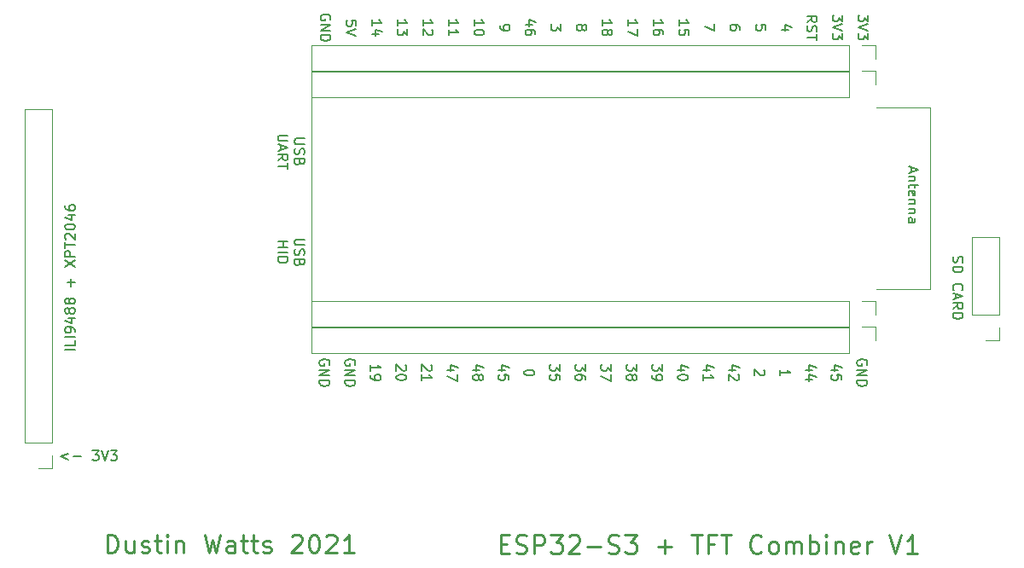
<source format=gto>
G04 #@! TF.GenerationSoftware,KiCad,Pcbnew,(5.1.6-0)*
G04 #@! TF.CreationDate,2022-05-17T12:15:47+02:00*
G04 #@! TF.ProjectId,ESP32-S3+TFT_Combiner,45535033-322d-4533-932b-5446545f436f,rev?*
G04 #@! TF.SameCoordinates,Original*
G04 #@! TF.FileFunction,Legend,Top*
G04 #@! TF.FilePolarity,Positive*
%FSLAX46Y46*%
G04 Gerber Fmt 4.6, Leading zero omitted, Abs format (unit mm)*
G04 Created by KiCad (PCBNEW (5.1.6-0)) date 2022-05-17 12:15:47*
%MOMM*%
%LPD*%
G01*
G04 APERTURE LIST*
%ADD10C,0.150000*%
%ADD11C,0.120000*%
%ADD12C,0.240000*%
G04 APERTURE END LIST*
D10*
X140657619Y-78626476D02*
X140657619Y-79245523D01*
X140276666Y-78912190D01*
X140276666Y-79055047D01*
X140229047Y-79150285D01*
X140181428Y-79197904D01*
X140086190Y-79245523D01*
X139848095Y-79245523D01*
X139752857Y-79197904D01*
X139705238Y-79150285D01*
X139657619Y-79055047D01*
X139657619Y-78769333D01*
X139705238Y-78674095D01*
X139752857Y-78626476D01*
X140657619Y-79578857D02*
X140657619Y-80245523D01*
X139657619Y-79816952D01*
X115210000Y-78674095D02*
X115257619Y-78578857D01*
X115257619Y-78436000D01*
X115210000Y-78293142D01*
X115114761Y-78197904D01*
X115019523Y-78150285D01*
X114829047Y-78102666D01*
X114686190Y-78102666D01*
X114495714Y-78150285D01*
X114400476Y-78197904D01*
X114305238Y-78293142D01*
X114257619Y-78436000D01*
X114257619Y-78531238D01*
X114305238Y-78674095D01*
X114352857Y-78721714D01*
X114686190Y-78721714D01*
X114686190Y-78531238D01*
X114257619Y-79150285D02*
X115257619Y-79150285D01*
X114257619Y-79721714D01*
X115257619Y-79721714D01*
X114257619Y-80197904D02*
X115257619Y-80197904D01*
X115257619Y-80436000D01*
X115210000Y-80578857D01*
X115114761Y-80674095D01*
X115019523Y-80721714D01*
X114829047Y-80769333D01*
X114686190Y-80769333D01*
X114495714Y-80721714D01*
X114400476Y-80674095D01*
X114305238Y-80578857D01*
X114257619Y-80436000D01*
X114257619Y-80197904D01*
X160644285Y-79150285D02*
X159977619Y-79150285D01*
X161025238Y-78912190D02*
X160310952Y-78674095D01*
X160310952Y-79293142D01*
X160644285Y-80102666D02*
X159977619Y-80102666D01*
X161025238Y-79864571D02*
X160310952Y-79626476D01*
X160310952Y-80245523D01*
X163184285Y-79150285D02*
X162517619Y-79150285D01*
X163565238Y-78912190D02*
X162850952Y-78674095D01*
X162850952Y-79293142D01*
X163517619Y-80150285D02*
X163517619Y-79674095D01*
X163041428Y-79626476D01*
X163089047Y-79674095D01*
X163136666Y-79769333D01*
X163136666Y-80007428D01*
X163089047Y-80102666D01*
X163041428Y-80150285D01*
X162946190Y-80197904D01*
X162708095Y-80197904D01*
X162612857Y-80150285D01*
X162565238Y-80102666D01*
X162517619Y-80007428D01*
X162517619Y-79769333D01*
X162565238Y-79674095D01*
X162612857Y-79626476D01*
X157437619Y-79721714D02*
X157437619Y-79150285D01*
X157437619Y-79436000D02*
X158437619Y-79436000D01*
X158294761Y-79340761D01*
X158199523Y-79245523D01*
X158151904Y-79150285D01*
X153024285Y-79150285D02*
X152357619Y-79150285D01*
X153405238Y-78912190D02*
X152690952Y-78674095D01*
X152690952Y-79293142D01*
X153262380Y-79626476D02*
X153310000Y-79674095D01*
X153357619Y-79769333D01*
X153357619Y-80007428D01*
X153310000Y-80102666D01*
X153262380Y-80150285D01*
X153167142Y-80197904D01*
X153071904Y-80197904D01*
X152929047Y-80150285D01*
X152357619Y-79578857D01*
X152357619Y-80197904D01*
X125084285Y-79150285D02*
X124417619Y-79150285D01*
X125465238Y-78912190D02*
X124750952Y-78674095D01*
X124750952Y-79293142D01*
X125417619Y-79578857D02*
X125417619Y-80245523D01*
X124417619Y-79816952D01*
X135577619Y-78626476D02*
X135577619Y-79245523D01*
X135196666Y-78912190D01*
X135196666Y-79055047D01*
X135149047Y-79150285D01*
X135101428Y-79197904D01*
X135006190Y-79245523D01*
X134768095Y-79245523D01*
X134672857Y-79197904D01*
X134625238Y-79150285D01*
X134577619Y-79055047D01*
X134577619Y-78769333D01*
X134625238Y-78674095D01*
X134672857Y-78626476D01*
X135577619Y-80150285D02*
X135577619Y-79674095D01*
X135101428Y-79626476D01*
X135149047Y-79674095D01*
X135196666Y-79769333D01*
X135196666Y-80007428D01*
X135149047Y-80102666D01*
X135101428Y-80150285D01*
X135006190Y-80197904D01*
X134768095Y-80197904D01*
X134672857Y-80150285D01*
X134625238Y-80102666D01*
X134577619Y-80007428D01*
X134577619Y-79769333D01*
X134625238Y-79674095D01*
X134672857Y-79626476D01*
X120242380Y-78674095D02*
X120290000Y-78721714D01*
X120337619Y-78816952D01*
X120337619Y-79055047D01*
X120290000Y-79150285D01*
X120242380Y-79197904D01*
X120147142Y-79245523D01*
X120051904Y-79245523D01*
X119909047Y-79197904D01*
X119337619Y-78626476D01*
X119337619Y-79245523D01*
X120337619Y-79864571D02*
X120337619Y-79959809D01*
X120290000Y-80055047D01*
X120242380Y-80102666D01*
X120147142Y-80150285D01*
X119956666Y-80197904D01*
X119718571Y-80197904D01*
X119528095Y-80150285D01*
X119432857Y-80102666D01*
X119385238Y-80055047D01*
X119337619Y-79959809D01*
X119337619Y-79864571D01*
X119385238Y-79769333D01*
X119432857Y-79721714D01*
X119528095Y-79674095D01*
X119718571Y-79626476D01*
X119956666Y-79626476D01*
X120147142Y-79674095D01*
X120242380Y-79721714D01*
X120290000Y-79769333D01*
X120337619Y-79864571D01*
X166010000Y-78674095D02*
X166057619Y-78578857D01*
X166057619Y-78436000D01*
X166010000Y-78293142D01*
X165914761Y-78197904D01*
X165819523Y-78150285D01*
X165629047Y-78102666D01*
X165486190Y-78102666D01*
X165295714Y-78150285D01*
X165200476Y-78197904D01*
X165105238Y-78293142D01*
X165057619Y-78436000D01*
X165057619Y-78531238D01*
X165105238Y-78674095D01*
X165152857Y-78721714D01*
X165486190Y-78721714D01*
X165486190Y-78531238D01*
X165057619Y-79150285D02*
X166057619Y-79150285D01*
X165057619Y-79721714D01*
X166057619Y-79721714D01*
X165057619Y-80197904D02*
X166057619Y-80197904D01*
X166057619Y-80436000D01*
X166010000Y-80578857D01*
X165914761Y-80674095D01*
X165819523Y-80721714D01*
X165629047Y-80769333D01*
X165486190Y-80769333D01*
X165295714Y-80721714D01*
X165200476Y-80674095D01*
X165105238Y-80578857D01*
X165057619Y-80436000D01*
X165057619Y-80197904D01*
X143197619Y-78626476D02*
X143197619Y-79245523D01*
X142816666Y-78912190D01*
X142816666Y-79055047D01*
X142769047Y-79150285D01*
X142721428Y-79197904D01*
X142626190Y-79245523D01*
X142388095Y-79245523D01*
X142292857Y-79197904D01*
X142245238Y-79150285D01*
X142197619Y-79055047D01*
X142197619Y-78769333D01*
X142245238Y-78674095D01*
X142292857Y-78626476D01*
X142769047Y-79816952D02*
X142816666Y-79721714D01*
X142864285Y-79674095D01*
X142959523Y-79626476D01*
X143007142Y-79626476D01*
X143102380Y-79674095D01*
X143150000Y-79721714D01*
X143197619Y-79816952D01*
X143197619Y-80007428D01*
X143150000Y-80102666D01*
X143102380Y-80150285D01*
X143007142Y-80197904D01*
X142959523Y-80197904D01*
X142864285Y-80150285D01*
X142816666Y-80102666D01*
X142769047Y-80007428D01*
X142769047Y-79816952D01*
X142721428Y-79721714D01*
X142673809Y-79674095D01*
X142578571Y-79626476D01*
X142388095Y-79626476D01*
X142292857Y-79674095D01*
X142245238Y-79721714D01*
X142197619Y-79816952D01*
X142197619Y-80007428D01*
X142245238Y-80102666D01*
X142292857Y-80150285D01*
X142388095Y-80197904D01*
X142578571Y-80197904D01*
X142673809Y-80150285D01*
X142721428Y-80102666D01*
X142769047Y-80007428D01*
X155802380Y-79150285D02*
X155850000Y-79197904D01*
X155897619Y-79293142D01*
X155897619Y-79531238D01*
X155850000Y-79626476D01*
X155802380Y-79674095D01*
X155707142Y-79721714D01*
X155611904Y-79721714D01*
X155469047Y-79674095D01*
X154897619Y-79102666D01*
X154897619Y-79721714D01*
X116797619Y-79245523D02*
X116797619Y-78674095D01*
X116797619Y-78959809D02*
X117797619Y-78959809D01*
X117654761Y-78864571D01*
X117559523Y-78769333D01*
X117511904Y-78674095D01*
X116797619Y-79721714D02*
X116797619Y-79912190D01*
X116845238Y-80007428D01*
X116892857Y-80055047D01*
X117035714Y-80150285D01*
X117226190Y-80197904D01*
X117607142Y-80197904D01*
X117702380Y-80150285D01*
X117750000Y-80102666D01*
X117797619Y-80007428D01*
X117797619Y-79816952D01*
X117750000Y-79721714D01*
X117702380Y-79674095D01*
X117607142Y-79626476D01*
X117369047Y-79626476D01*
X117273809Y-79674095D01*
X117226190Y-79721714D01*
X117178571Y-79816952D01*
X117178571Y-80007428D01*
X117226190Y-80102666D01*
X117273809Y-80150285D01*
X117369047Y-80197904D01*
X138117619Y-78626476D02*
X138117619Y-79245523D01*
X137736666Y-78912190D01*
X137736666Y-79055047D01*
X137689047Y-79150285D01*
X137641428Y-79197904D01*
X137546190Y-79245523D01*
X137308095Y-79245523D01*
X137212857Y-79197904D01*
X137165238Y-79150285D01*
X137117619Y-79055047D01*
X137117619Y-78769333D01*
X137165238Y-78674095D01*
X137212857Y-78626476D01*
X138117619Y-80102666D02*
X138117619Y-79912190D01*
X138070000Y-79816952D01*
X138022380Y-79769333D01*
X137879523Y-79674095D01*
X137689047Y-79626476D01*
X137308095Y-79626476D01*
X137212857Y-79674095D01*
X137165238Y-79721714D01*
X137117619Y-79816952D01*
X137117619Y-80007428D01*
X137165238Y-80102666D01*
X137212857Y-80150285D01*
X137308095Y-80197904D01*
X137546190Y-80197904D01*
X137641428Y-80150285D01*
X137689047Y-80102666D01*
X137736666Y-80007428D01*
X137736666Y-79816952D01*
X137689047Y-79721714D01*
X137641428Y-79674095D01*
X137546190Y-79626476D01*
X127624285Y-79150285D02*
X126957619Y-79150285D01*
X128005238Y-78912190D02*
X127290952Y-78674095D01*
X127290952Y-79293142D01*
X127529047Y-79816952D02*
X127576666Y-79721714D01*
X127624285Y-79674095D01*
X127719523Y-79626476D01*
X127767142Y-79626476D01*
X127862380Y-79674095D01*
X127910000Y-79721714D01*
X127957619Y-79816952D01*
X127957619Y-80007428D01*
X127910000Y-80102666D01*
X127862380Y-80150285D01*
X127767142Y-80197904D01*
X127719523Y-80197904D01*
X127624285Y-80150285D01*
X127576666Y-80102666D01*
X127529047Y-80007428D01*
X127529047Y-79816952D01*
X127481428Y-79721714D01*
X127433809Y-79674095D01*
X127338571Y-79626476D01*
X127148095Y-79626476D01*
X127052857Y-79674095D01*
X127005238Y-79721714D01*
X126957619Y-79816952D01*
X126957619Y-80007428D01*
X127005238Y-80102666D01*
X127052857Y-80150285D01*
X127148095Y-80197904D01*
X127338571Y-80197904D01*
X127433809Y-80150285D01*
X127481428Y-80102666D01*
X127529047Y-80007428D01*
X133037619Y-79388380D02*
X133037619Y-79483619D01*
X132990000Y-79578857D01*
X132942380Y-79626476D01*
X132847142Y-79674095D01*
X132656666Y-79721714D01*
X132418571Y-79721714D01*
X132228095Y-79674095D01*
X132132857Y-79626476D01*
X132085238Y-79578857D01*
X132037619Y-79483619D01*
X132037619Y-79388380D01*
X132085238Y-79293142D01*
X132132857Y-79245523D01*
X132228095Y-79197904D01*
X132418571Y-79150285D01*
X132656666Y-79150285D01*
X132847142Y-79197904D01*
X132942380Y-79245523D01*
X132990000Y-79293142D01*
X133037619Y-79388380D01*
X147944285Y-79150285D02*
X147277619Y-79150285D01*
X148325238Y-78912190D02*
X147610952Y-78674095D01*
X147610952Y-79293142D01*
X148277619Y-79864571D02*
X148277619Y-79959809D01*
X148230000Y-80055047D01*
X148182380Y-80102666D01*
X148087142Y-80150285D01*
X147896666Y-80197904D01*
X147658571Y-80197904D01*
X147468095Y-80150285D01*
X147372857Y-80102666D01*
X147325238Y-80055047D01*
X147277619Y-79959809D01*
X147277619Y-79864571D01*
X147325238Y-79769333D01*
X147372857Y-79721714D01*
X147468095Y-79674095D01*
X147658571Y-79626476D01*
X147896666Y-79626476D01*
X148087142Y-79674095D01*
X148182380Y-79721714D01*
X148230000Y-79769333D01*
X148277619Y-79864571D01*
X130164285Y-79150285D02*
X129497619Y-79150285D01*
X130545238Y-78912190D02*
X129830952Y-78674095D01*
X129830952Y-79293142D01*
X130497619Y-80150285D02*
X130497619Y-79674095D01*
X130021428Y-79626476D01*
X130069047Y-79674095D01*
X130116666Y-79769333D01*
X130116666Y-80007428D01*
X130069047Y-80102666D01*
X130021428Y-80150285D01*
X129926190Y-80197904D01*
X129688095Y-80197904D01*
X129592857Y-80150285D01*
X129545238Y-80102666D01*
X129497619Y-80007428D01*
X129497619Y-79769333D01*
X129545238Y-79674095D01*
X129592857Y-79626476D01*
X112670000Y-78674095D02*
X112717619Y-78578857D01*
X112717619Y-78436000D01*
X112670000Y-78293142D01*
X112574761Y-78197904D01*
X112479523Y-78150285D01*
X112289047Y-78102666D01*
X112146190Y-78102666D01*
X111955714Y-78150285D01*
X111860476Y-78197904D01*
X111765238Y-78293142D01*
X111717619Y-78436000D01*
X111717619Y-78531238D01*
X111765238Y-78674095D01*
X111812857Y-78721714D01*
X112146190Y-78721714D01*
X112146190Y-78531238D01*
X111717619Y-79150285D02*
X112717619Y-79150285D01*
X111717619Y-79721714D01*
X112717619Y-79721714D01*
X111717619Y-80197904D02*
X112717619Y-80197904D01*
X112717619Y-80436000D01*
X112670000Y-80578857D01*
X112574761Y-80674095D01*
X112479523Y-80721714D01*
X112289047Y-80769333D01*
X112146190Y-80769333D01*
X111955714Y-80721714D01*
X111860476Y-80674095D01*
X111765238Y-80578857D01*
X111717619Y-80436000D01*
X111717619Y-80197904D01*
X150484285Y-79150285D02*
X149817619Y-79150285D01*
X150865238Y-78912190D02*
X150150952Y-78674095D01*
X150150952Y-79293142D01*
X149817619Y-80197904D02*
X149817619Y-79626476D01*
X149817619Y-79912190D02*
X150817619Y-79912190D01*
X150674761Y-79816952D01*
X150579523Y-79721714D01*
X150531904Y-79626476D01*
X145737619Y-78626476D02*
X145737619Y-79245523D01*
X145356666Y-78912190D01*
X145356666Y-79055047D01*
X145309047Y-79150285D01*
X145261428Y-79197904D01*
X145166190Y-79245523D01*
X144928095Y-79245523D01*
X144832857Y-79197904D01*
X144785238Y-79150285D01*
X144737619Y-79055047D01*
X144737619Y-78769333D01*
X144785238Y-78674095D01*
X144832857Y-78626476D01*
X144737619Y-79721714D02*
X144737619Y-79912190D01*
X144785238Y-80007428D01*
X144832857Y-80055047D01*
X144975714Y-80150285D01*
X145166190Y-80197904D01*
X145547142Y-80197904D01*
X145642380Y-80150285D01*
X145690000Y-80102666D01*
X145737619Y-80007428D01*
X145737619Y-79816952D01*
X145690000Y-79721714D01*
X145642380Y-79674095D01*
X145547142Y-79626476D01*
X145309047Y-79626476D01*
X145213809Y-79674095D01*
X145166190Y-79721714D01*
X145118571Y-79816952D01*
X145118571Y-80007428D01*
X145166190Y-80102666D01*
X145213809Y-80150285D01*
X145309047Y-80197904D01*
X122782380Y-78674095D02*
X122830000Y-78721714D01*
X122877619Y-78816952D01*
X122877619Y-79055047D01*
X122830000Y-79150285D01*
X122782380Y-79197904D01*
X122687142Y-79245523D01*
X122591904Y-79245523D01*
X122449047Y-79197904D01*
X121877619Y-78626476D01*
X121877619Y-79245523D01*
X121877619Y-80197904D02*
X121877619Y-79626476D01*
X121877619Y-79912190D02*
X122877619Y-79912190D01*
X122734761Y-79816952D01*
X122639523Y-79721714D01*
X122591904Y-79626476D01*
X112770000Y-44410095D02*
X112817619Y-44314857D01*
X112817619Y-44172000D01*
X112770000Y-44029142D01*
X112674761Y-43933904D01*
X112579523Y-43886285D01*
X112389047Y-43838666D01*
X112246190Y-43838666D01*
X112055714Y-43886285D01*
X111960476Y-43933904D01*
X111865238Y-44029142D01*
X111817619Y-44172000D01*
X111817619Y-44267238D01*
X111865238Y-44410095D01*
X111912857Y-44457714D01*
X112246190Y-44457714D01*
X112246190Y-44267238D01*
X111817619Y-44886285D02*
X112817619Y-44886285D01*
X111817619Y-45457714D01*
X112817619Y-45457714D01*
X111817619Y-45933904D02*
X112817619Y-45933904D01*
X112817619Y-46172000D01*
X112770000Y-46314857D01*
X112674761Y-46410095D01*
X112579523Y-46457714D01*
X112389047Y-46505333D01*
X112246190Y-46505333D01*
X112055714Y-46457714D01*
X111960476Y-46410095D01*
X111865238Y-46314857D01*
X111817619Y-46172000D01*
X111817619Y-45933904D01*
X115357619Y-44981523D02*
X115357619Y-44505333D01*
X114881428Y-44457714D01*
X114929047Y-44505333D01*
X114976666Y-44600571D01*
X114976666Y-44838666D01*
X114929047Y-44933904D01*
X114881428Y-44981523D01*
X114786190Y-45029142D01*
X114548095Y-45029142D01*
X114452857Y-44981523D01*
X114405238Y-44933904D01*
X114357619Y-44838666D01*
X114357619Y-44600571D01*
X114405238Y-44505333D01*
X114452857Y-44457714D01*
X115357619Y-45314857D02*
X114357619Y-45648190D01*
X115357619Y-45981523D01*
X116897619Y-44981523D02*
X116897619Y-44410095D01*
X116897619Y-44695809D02*
X117897619Y-44695809D01*
X117754761Y-44600571D01*
X117659523Y-44505333D01*
X117611904Y-44410095D01*
X117564285Y-45838666D02*
X116897619Y-45838666D01*
X117945238Y-45600571D02*
X117230952Y-45362476D01*
X117230952Y-45981523D01*
X119437619Y-44981523D02*
X119437619Y-44410095D01*
X119437619Y-44695809D02*
X120437619Y-44695809D01*
X120294761Y-44600571D01*
X120199523Y-44505333D01*
X120151904Y-44410095D01*
X120437619Y-45314857D02*
X120437619Y-45933904D01*
X120056666Y-45600571D01*
X120056666Y-45743428D01*
X120009047Y-45838666D01*
X119961428Y-45886285D01*
X119866190Y-45933904D01*
X119628095Y-45933904D01*
X119532857Y-45886285D01*
X119485238Y-45838666D01*
X119437619Y-45743428D01*
X119437619Y-45457714D01*
X119485238Y-45362476D01*
X119532857Y-45314857D01*
X121977619Y-44981523D02*
X121977619Y-44410095D01*
X121977619Y-44695809D02*
X122977619Y-44695809D01*
X122834761Y-44600571D01*
X122739523Y-44505333D01*
X122691904Y-44410095D01*
X122882380Y-45362476D02*
X122930000Y-45410095D01*
X122977619Y-45505333D01*
X122977619Y-45743428D01*
X122930000Y-45838666D01*
X122882380Y-45886285D01*
X122787142Y-45933904D01*
X122691904Y-45933904D01*
X122549047Y-45886285D01*
X121977619Y-45314857D01*
X121977619Y-45933904D01*
X124517619Y-44981523D02*
X124517619Y-44410095D01*
X124517619Y-44695809D02*
X125517619Y-44695809D01*
X125374761Y-44600571D01*
X125279523Y-44505333D01*
X125231904Y-44410095D01*
X124517619Y-45933904D02*
X124517619Y-45362476D01*
X124517619Y-45648190D02*
X125517619Y-45648190D01*
X125374761Y-45552952D01*
X125279523Y-45457714D01*
X125231904Y-45362476D01*
X127057619Y-44981523D02*
X127057619Y-44410095D01*
X127057619Y-44695809D02*
X128057619Y-44695809D01*
X127914761Y-44600571D01*
X127819523Y-44505333D01*
X127771904Y-44410095D01*
X128057619Y-45600571D02*
X128057619Y-45695809D01*
X128010000Y-45791047D01*
X127962380Y-45838666D01*
X127867142Y-45886285D01*
X127676666Y-45933904D01*
X127438571Y-45933904D01*
X127248095Y-45886285D01*
X127152857Y-45838666D01*
X127105238Y-45791047D01*
X127057619Y-45695809D01*
X127057619Y-45600571D01*
X127105238Y-45505333D01*
X127152857Y-45457714D01*
X127248095Y-45410095D01*
X127438571Y-45362476D01*
X127676666Y-45362476D01*
X127867142Y-45410095D01*
X127962380Y-45457714D01*
X128010000Y-45505333D01*
X128057619Y-45600571D01*
X129597619Y-44981523D02*
X129597619Y-45172000D01*
X129645238Y-45267238D01*
X129692857Y-45314857D01*
X129835714Y-45410095D01*
X130026190Y-45457714D01*
X130407142Y-45457714D01*
X130502380Y-45410095D01*
X130550000Y-45362476D01*
X130597619Y-45267238D01*
X130597619Y-45076761D01*
X130550000Y-44981523D01*
X130502380Y-44933904D01*
X130407142Y-44886285D01*
X130169047Y-44886285D01*
X130073809Y-44933904D01*
X130026190Y-44981523D01*
X129978571Y-45076761D01*
X129978571Y-45267238D01*
X130026190Y-45362476D01*
X130073809Y-45410095D01*
X130169047Y-45457714D01*
X132804285Y-44886285D02*
X132137619Y-44886285D01*
X133185238Y-44648190D02*
X132470952Y-44410095D01*
X132470952Y-45029142D01*
X133137619Y-45838666D02*
X133137619Y-45648190D01*
X133090000Y-45552952D01*
X133042380Y-45505333D01*
X132899523Y-45410095D01*
X132709047Y-45362476D01*
X132328095Y-45362476D01*
X132232857Y-45410095D01*
X132185238Y-45457714D01*
X132137619Y-45552952D01*
X132137619Y-45743428D01*
X132185238Y-45838666D01*
X132232857Y-45886285D01*
X132328095Y-45933904D01*
X132566190Y-45933904D01*
X132661428Y-45886285D01*
X132709047Y-45838666D01*
X132756666Y-45743428D01*
X132756666Y-45552952D01*
X132709047Y-45457714D01*
X132661428Y-45410095D01*
X132566190Y-45362476D01*
X135677619Y-44838666D02*
X135677619Y-45457714D01*
X135296666Y-45124380D01*
X135296666Y-45267238D01*
X135249047Y-45362476D01*
X135201428Y-45410095D01*
X135106190Y-45457714D01*
X134868095Y-45457714D01*
X134772857Y-45410095D01*
X134725238Y-45362476D01*
X134677619Y-45267238D01*
X134677619Y-44981523D01*
X134725238Y-44886285D01*
X134772857Y-44838666D01*
X137789047Y-45076761D02*
X137836666Y-44981523D01*
X137884285Y-44933904D01*
X137979523Y-44886285D01*
X138027142Y-44886285D01*
X138122380Y-44933904D01*
X138170000Y-44981523D01*
X138217619Y-45076761D01*
X138217619Y-45267238D01*
X138170000Y-45362476D01*
X138122380Y-45410095D01*
X138027142Y-45457714D01*
X137979523Y-45457714D01*
X137884285Y-45410095D01*
X137836666Y-45362476D01*
X137789047Y-45267238D01*
X137789047Y-45076761D01*
X137741428Y-44981523D01*
X137693809Y-44933904D01*
X137598571Y-44886285D01*
X137408095Y-44886285D01*
X137312857Y-44933904D01*
X137265238Y-44981523D01*
X137217619Y-45076761D01*
X137217619Y-45267238D01*
X137265238Y-45362476D01*
X137312857Y-45410095D01*
X137408095Y-45457714D01*
X137598571Y-45457714D01*
X137693809Y-45410095D01*
X137741428Y-45362476D01*
X137789047Y-45267238D01*
X139757619Y-44981523D02*
X139757619Y-44410095D01*
X139757619Y-44695809D02*
X140757619Y-44695809D01*
X140614761Y-44600571D01*
X140519523Y-44505333D01*
X140471904Y-44410095D01*
X140329047Y-45552952D02*
X140376666Y-45457714D01*
X140424285Y-45410095D01*
X140519523Y-45362476D01*
X140567142Y-45362476D01*
X140662380Y-45410095D01*
X140710000Y-45457714D01*
X140757619Y-45552952D01*
X140757619Y-45743428D01*
X140710000Y-45838666D01*
X140662380Y-45886285D01*
X140567142Y-45933904D01*
X140519523Y-45933904D01*
X140424285Y-45886285D01*
X140376666Y-45838666D01*
X140329047Y-45743428D01*
X140329047Y-45552952D01*
X140281428Y-45457714D01*
X140233809Y-45410095D01*
X140138571Y-45362476D01*
X139948095Y-45362476D01*
X139852857Y-45410095D01*
X139805238Y-45457714D01*
X139757619Y-45552952D01*
X139757619Y-45743428D01*
X139805238Y-45838666D01*
X139852857Y-45886285D01*
X139948095Y-45933904D01*
X140138571Y-45933904D01*
X140233809Y-45886285D01*
X140281428Y-45838666D01*
X140329047Y-45743428D01*
X142297619Y-44981523D02*
X142297619Y-44410095D01*
X142297619Y-44695809D02*
X143297619Y-44695809D01*
X143154761Y-44600571D01*
X143059523Y-44505333D01*
X143011904Y-44410095D01*
X143297619Y-45314857D02*
X143297619Y-45981523D01*
X142297619Y-45552952D01*
X144837619Y-44981523D02*
X144837619Y-44410095D01*
X144837619Y-44695809D02*
X145837619Y-44695809D01*
X145694761Y-44600571D01*
X145599523Y-44505333D01*
X145551904Y-44410095D01*
X145837619Y-45838666D02*
X145837619Y-45648190D01*
X145790000Y-45552952D01*
X145742380Y-45505333D01*
X145599523Y-45410095D01*
X145409047Y-45362476D01*
X145028095Y-45362476D01*
X144932857Y-45410095D01*
X144885238Y-45457714D01*
X144837619Y-45552952D01*
X144837619Y-45743428D01*
X144885238Y-45838666D01*
X144932857Y-45886285D01*
X145028095Y-45933904D01*
X145266190Y-45933904D01*
X145361428Y-45886285D01*
X145409047Y-45838666D01*
X145456666Y-45743428D01*
X145456666Y-45552952D01*
X145409047Y-45457714D01*
X145361428Y-45410095D01*
X145266190Y-45362476D01*
X147377619Y-44981523D02*
X147377619Y-44410095D01*
X147377619Y-44695809D02*
X148377619Y-44695809D01*
X148234761Y-44600571D01*
X148139523Y-44505333D01*
X148091904Y-44410095D01*
X148377619Y-45886285D02*
X148377619Y-45410095D01*
X147901428Y-45362476D01*
X147949047Y-45410095D01*
X147996666Y-45505333D01*
X147996666Y-45743428D01*
X147949047Y-45838666D01*
X147901428Y-45886285D01*
X147806190Y-45933904D01*
X147568095Y-45933904D01*
X147472857Y-45886285D01*
X147425238Y-45838666D01*
X147377619Y-45743428D01*
X147377619Y-45505333D01*
X147425238Y-45410095D01*
X147472857Y-45362476D01*
X150917619Y-44838666D02*
X150917619Y-45505333D01*
X149917619Y-45076761D01*
X153457619Y-45362476D02*
X153457619Y-45172000D01*
X153410000Y-45076761D01*
X153362380Y-45029142D01*
X153219523Y-44933904D01*
X153029047Y-44886285D01*
X152648095Y-44886285D01*
X152552857Y-44933904D01*
X152505238Y-44981523D01*
X152457619Y-45076761D01*
X152457619Y-45267238D01*
X152505238Y-45362476D01*
X152552857Y-45410095D01*
X152648095Y-45457714D01*
X152886190Y-45457714D01*
X152981428Y-45410095D01*
X153029047Y-45362476D01*
X153076666Y-45267238D01*
X153076666Y-45076761D01*
X153029047Y-44981523D01*
X152981428Y-44933904D01*
X152886190Y-44886285D01*
X155997619Y-45410095D02*
X155997619Y-44933904D01*
X155521428Y-44886285D01*
X155569047Y-44933904D01*
X155616666Y-45029142D01*
X155616666Y-45267238D01*
X155569047Y-45362476D01*
X155521428Y-45410095D01*
X155426190Y-45457714D01*
X155188095Y-45457714D01*
X155092857Y-45410095D01*
X155045238Y-45362476D01*
X154997619Y-45267238D01*
X154997619Y-45029142D01*
X155045238Y-44933904D01*
X155092857Y-44886285D01*
X158204285Y-45362476D02*
X157537619Y-45362476D01*
X158585238Y-45124380D02*
X157870952Y-44886285D01*
X157870952Y-45505333D01*
X160077619Y-44624380D02*
X160553809Y-44291047D01*
X160077619Y-44052952D02*
X161077619Y-44052952D01*
X161077619Y-44433904D01*
X161030000Y-44529142D01*
X160982380Y-44576761D01*
X160887142Y-44624380D01*
X160744285Y-44624380D01*
X160649047Y-44576761D01*
X160601428Y-44529142D01*
X160553809Y-44433904D01*
X160553809Y-44052952D01*
X160125238Y-45005333D02*
X160077619Y-45148190D01*
X160077619Y-45386285D01*
X160125238Y-45481523D01*
X160172857Y-45529142D01*
X160268095Y-45576761D01*
X160363333Y-45576761D01*
X160458571Y-45529142D01*
X160506190Y-45481523D01*
X160553809Y-45386285D01*
X160601428Y-45195809D01*
X160649047Y-45100571D01*
X160696666Y-45052952D01*
X160791904Y-45005333D01*
X160887142Y-45005333D01*
X160982380Y-45052952D01*
X161030000Y-45100571D01*
X161077619Y-45195809D01*
X161077619Y-45433904D01*
X161030000Y-45576761D01*
X161077619Y-45862476D02*
X161077619Y-46433904D01*
X160077619Y-46148190D02*
X161077619Y-46148190D01*
X163617619Y-43933904D02*
X163617619Y-44552952D01*
X163236666Y-44219619D01*
X163236666Y-44362476D01*
X163189047Y-44457714D01*
X163141428Y-44505333D01*
X163046190Y-44552952D01*
X162808095Y-44552952D01*
X162712857Y-44505333D01*
X162665238Y-44457714D01*
X162617619Y-44362476D01*
X162617619Y-44076761D01*
X162665238Y-43981523D01*
X162712857Y-43933904D01*
X163617619Y-44838666D02*
X162617619Y-45172000D01*
X163617619Y-45505333D01*
X163617619Y-45743428D02*
X163617619Y-46362476D01*
X163236666Y-46029142D01*
X163236666Y-46172000D01*
X163189047Y-46267238D01*
X163141428Y-46314857D01*
X163046190Y-46362476D01*
X162808095Y-46362476D01*
X162712857Y-46314857D01*
X162665238Y-46267238D01*
X162617619Y-46172000D01*
X162617619Y-45886285D01*
X162665238Y-45791047D01*
X162712857Y-45743428D01*
X166157619Y-43933904D02*
X166157619Y-44552952D01*
X165776666Y-44219619D01*
X165776666Y-44362476D01*
X165729047Y-44457714D01*
X165681428Y-44505333D01*
X165586190Y-44552952D01*
X165348095Y-44552952D01*
X165252857Y-44505333D01*
X165205238Y-44457714D01*
X165157619Y-44362476D01*
X165157619Y-44076761D01*
X165205238Y-43981523D01*
X165252857Y-43933904D01*
X166157619Y-44838666D02*
X165157619Y-45172000D01*
X166157619Y-45505333D01*
X166157619Y-45743428D02*
X166157619Y-46362476D01*
X165776666Y-46029142D01*
X165776666Y-46172000D01*
X165729047Y-46267238D01*
X165681428Y-46314857D01*
X165586190Y-46362476D01*
X165348095Y-46362476D01*
X165252857Y-46314857D01*
X165205238Y-46267238D01*
X165157619Y-46172000D01*
X165157619Y-45886285D01*
X165205238Y-45791047D01*
X165252857Y-45743428D01*
X170433333Y-59038095D02*
X170433333Y-59514285D01*
X170147619Y-58942857D02*
X171147619Y-59276190D01*
X170147619Y-59609523D01*
X170814285Y-59942857D02*
X170147619Y-59942857D01*
X170719047Y-59942857D02*
X170766666Y-59990476D01*
X170814285Y-60085714D01*
X170814285Y-60228571D01*
X170766666Y-60323809D01*
X170671428Y-60371428D01*
X170147619Y-60371428D01*
X170814285Y-60704761D02*
X170814285Y-61085714D01*
X171147619Y-60847619D02*
X170290476Y-60847619D01*
X170195238Y-60895238D01*
X170147619Y-60990476D01*
X170147619Y-61085714D01*
X170195238Y-61800000D02*
X170147619Y-61704761D01*
X170147619Y-61514285D01*
X170195238Y-61419047D01*
X170290476Y-61371428D01*
X170671428Y-61371428D01*
X170766666Y-61419047D01*
X170814285Y-61514285D01*
X170814285Y-61704761D01*
X170766666Y-61800000D01*
X170671428Y-61847619D01*
X170576190Y-61847619D01*
X170480952Y-61371428D01*
X170814285Y-62276190D02*
X170147619Y-62276190D01*
X170719047Y-62276190D02*
X170766666Y-62323809D01*
X170814285Y-62419047D01*
X170814285Y-62561904D01*
X170766666Y-62657142D01*
X170671428Y-62704761D01*
X170147619Y-62704761D01*
X170814285Y-63180952D02*
X170147619Y-63180952D01*
X170719047Y-63180952D02*
X170766666Y-63228571D01*
X170814285Y-63323809D01*
X170814285Y-63466666D01*
X170766666Y-63561904D01*
X170671428Y-63609523D01*
X170147619Y-63609523D01*
X170147619Y-64514285D02*
X170671428Y-64514285D01*
X170766666Y-64466666D01*
X170814285Y-64371428D01*
X170814285Y-64180952D01*
X170766666Y-64085714D01*
X170195238Y-64514285D02*
X170147619Y-64419047D01*
X170147619Y-64180952D01*
X170195238Y-64085714D01*
X170290476Y-64038095D01*
X170385714Y-64038095D01*
X170480952Y-64085714D01*
X170528571Y-64180952D01*
X170528571Y-64419047D01*
X170576190Y-64514285D01*
D11*
X172300000Y-53100000D02*
X167000000Y-53100000D01*
X172320000Y-71160000D02*
X172320000Y-53100000D01*
X167000000Y-71160000D02*
X172320000Y-71160000D01*
X110890000Y-72330000D02*
X110890000Y-52130000D01*
D10*
X87452380Y-77190476D02*
X86452380Y-77190476D01*
X87452380Y-76238095D02*
X87452380Y-76714285D01*
X86452380Y-76714285D01*
X87452380Y-75904761D02*
X86452380Y-75904761D01*
X87452380Y-75380952D02*
X87452380Y-75190476D01*
X87404761Y-75095238D01*
X87357142Y-75047619D01*
X87214285Y-74952380D01*
X87023809Y-74904761D01*
X86642857Y-74904761D01*
X86547619Y-74952380D01*
X86500000Y-75000000D01*
X86452380Y-75095238D01*
X86452380Y-75285714D01*
X86500000Y-75380952D01*
X86547619Y-75428571D01*
X86642857Y-75476190D01*
X86880952Y-75476190D01*
X86976190Y-75428571D01*
X87023809Y-75380952D01*
X87071428Y-75285714D01*
X87071428Y-75095238D01*
X87023809Y-75000000D01*
X86976190Y-74952380D01*
X86880952Y-74904761D01*
X86785714Y-74047619D02*
X87452380Y-74047619D01*
X86404761Y-74285714D02*
X87119047Y-74523809D01*
X87119047Y-73904761D01*
X86880952Y-73380952D02*
X86833333Y-73476190D01*
X86785714Y-73523809D01*
X86690476Y-73571428D01*
X86642857Y-73571428D01*
X86547619Y-73523809D01*
X86500000Y-73476190D01*
X86452380Y-73380952D01*
X86452380Y-73190476D01*
X86500000Y-73095238D01*
X86547619Y-73047619D01*
X86642857Y-73000000D01*
X86690476Y-73000000D01*
X86785714Y-73047619D01*
X86833333Y-73095238D01*
X86880952Y-73190476D01*
X86880952Y-73380952D01*
X86928571Y-73476190D01*
X86976190Y-73523809D01*
X87071428Y-73571428D01*
X87261904Y-73571428D01*
X87357142Y-73523809D01*
X87404761Y-73476190D01*
X87452380Y-73380952D01*
X87452380Y-73190476D01*
X87404761Y-73095238D01*
X87357142Y-73047619D01*
X87261904Y-73000000D01*
X87071428Y-73000000D01*
X86976190Y-73047619D01*
X86928571Y-73095238D01*
X86880952Y-73190476D01*
X86880952Y-72428571D02*
X86833333Y-72523809D01*
X86785714Y-72571428D01*
X86690476Y-72619047D01*
X86642857Y-72619047D01*
X86547619Y-72571428D01*
X86500000Y-72523809D01*
X86452380Y-72428571D01*
X86452380Y-72238095D01*
X86500000Y-72142857D01*
X86547619Y-72095238D01*
X86642857Y-72047619D01*
X86690476Y-72047619D01*
X86785714Y-72095238D01*
X86833333Y-72142857D01*
X86880952Y-72238095D01*
X86880952Y-72428571D01*
X86928571Y-72523809D01*
X86976190Y-72571428D01*
X87071428Y-72619047D01*
X87261904Y-72619047D01*
X87357142Y-72571428D01*
X87404761Y-72523809D01*
X87452380Y-72428571D01*
X87452380Y-72238095D01*
X87404761Y-72142857D01*
X87357142Y-72095238D01*
X87261904Y-72047619D01*
X87071428Y-72047619D01*
X86976190Y-72095238D01*
X86928571Y-72142857D01*
X86880952Y-72238095D01*
X87071428Y-70857142D02*
X87071428Y-70095238D01*
X87452380Y-70476190D02*
X86690476Y-70476190D01*
X86452380Y-68952380D02*
X87452380Y-68285714D01*
X86452380Y-68285714D02*
X87452380Y-68952380D01*
X87452380Y-67904761D02*
X86452380Y-67904761D01*
X86452380Y-67523809D01*
X86500000Y-67428571D01*
X86547619Y-67380952D01*
X86642857Y-67333333D01*
X86785714Y-67333333D01*
X86880952Y-67380952D01*
X86928571Y-67428571D01*
X86976190Y-67523809D01*
X86976190Y-67904761D01*
X86452380Y-67047619D02*
X86452380Y-66476190D01*
X87452380Y-66761904D02*
X86452380Y-66761904D01*
X86547619Y-66190476D02*
X86500000Y-66142857D01*
X86452380Y-66047619D01*
X86452380Y-65809523D01*
X86500000Y-65714285D01*
X86547619Y-65666666D01*
X86642857Y-65619047D01*
X86738095Y-65619047D01*
X86880952Y-65666666D01*
X87452380Y-66238095D01*
X87452380Y-65619047D01*
X86452380Y-65000000D02*
X86452380Y-64904761D01*
X86500000Y-64809523D01*
X86547619Y-64761904D01*
X86642857Y-64714285D01*
X86833333Y-64666666D01*
X87071428Y-64666666D01*
X87261904Y-64714285D01*
X87357142Y-64761904D01*
X87404761Y-64809523D01*
X87452380Y-64904761D01*
X87452380Y-65000000D01*
X87404761Y-65095238D01*
X87357142Y-65142857D01*
X87261904Y-65190476D01*
X87071428Y-65238095D01*
X86833333Y-65238095D01*
X86642857Y-65190476D01*
X86547619Y-65142857D01*
X86500000Y-65095238D01*
X86452380Y-65000000D01*
X86785714Y-63809523D02*
X87452380Y-63809523D01*
X86404761Y-64047619D02*
X87119047Y-64285714D01*
X87119047Y-63666666D01*
X86452380Y-62857142D02*
X86452380Y-63047619D01*
X86500000Y-63142857D01*
X86547619Y-63190476D01*
X86690476Y-63285714D01*
X86880952Y-63333333D01*
X87261904Y-63333333D01*
X87357142Y-63285714D01*
X87404761Y-63238095D01*
X87452380Y-63142857D01*
X87452380Y-62952380D01*
X87404761Y-62857142D01*
X87357142Y-62809523D01*
X87261904Y-62761904D01*
X87023809Y-62761904D01*
X86928571Y-62809523D01*
X86880952Y-62857142D01*
X86833333Y-62952380D01*
X86833333Y-63142857D01*
X86880952Y-63238095D01*
X86928571Y-63285714D01*
X87023809Y-63333333D01*
X174595238Y-67904761D02*
X174547619Y-68047619D01*
X174547619Y-68285714D01*
X174595238Y-68380952D01*
X174642857Y-68428571D01*
X174738095Y-68476190D01*
X174833333Y-68476190D01*
X174928571Y-68428571D01*
X174976190Y-68380952D01*
X175023809Y-68285714D01*
X175071428Y-68095238D01*
X175119047Y-68000000D01*
X175166666Y-67952380D01*
X175261904Y-67904761D01*
X175357142Y-67904761D01*
X175452380Y-67952380D01*
X175500000Y-68000000D01*
X175547619Y-68095238D01*
X175547619Y-68333333D01*
X175500000Y-68476190D01*
X174547619Y-68904761D02*
X175547619Y-68904761D01*
X175547619Y-69142857D01*
X175500000Y-69285714D01*
X175404761Y-69380952D01*
X175309523Y-69428571D01*
X175119047Y-69476190D01*
X174976190Y-69476190D01*
X174785714Y-69428571D01*
X174690476Y-69380952D01*
X174595238Y-69285714D01*
X174547619Y-69142857D01*
X174547619Y-68904761D01*
X174642857Y-71238095D02*
X174595238Y-71190476D01*
X174547619Y-71047619D01*
X174547619Y-70952380D01*
X174595238Y-70809523D01*
X174690476Y-70714285D01*
X174785714Y-70666666D01*
X174976190Y-70619047D01*
X175119047Y-70619047D01*
X175309523Y-70666666D01*
X175404761Y-70714285D01*
X175500000Y-70809523D01*
X175547619Y-70952380D01*
X175547619Y-71047619D01*
X175500000Y-71190476D01*
X175452380Y-71238095D01*
X174833333Y-71619047D02*
X174833333Y-72095238D01*
X174547619Y-71523809D02*
X175547619Y-71857142D01*
X174547619Y-72190476D01*
X174547619Y-73095238D02*
X175023809Y-72761904D01*
X174547619Y-72523809D02*
X175547619Y-72523809D01*
X175547619Y-72904761D01*
X175500000Y-73000000D01*
X175452380Y-73047619D01*
X175357142Y-73095238D01*
X175214285Y-73095238D01*
X175119047Y-73047619D01*
X175071428Y-73000000D01*
X175023809Y-72904761D01*
X175023809Y-72523809D01*
X174547619Y-73523809D02*
X175547619Y-73523809D01*
X175547619Y-73761904D01*
X175500000Y-73904761D01*
X175404761Y-74000000D01*
X175309523Y-74047619D01*
X175119047Y-74095238D01*
X174976190Y-74095238D01*
X174785714Y-74047619D01*
X174690476Y-74000000D01*
X174595238Y-73904761D01*
X174547619Y-73761904D01*
X174547619Y-73523809D01*
X110232619Y-56198095D02*
X109423095Y-56198095D01*
X109327857Y-56245714D01*
X109280238Y-56293333D01*
X109232619Y-56388571D01*
X109232619Y-56579047D01*
X109280238Y-56674285D01*
X109327857Y-56721904D01*
X109423095Y-56769523D01*
X110232619Y-56769523D01*
X109280238Y-57198095D02*
X109232619Y-57340952D01*
X109232619Y-57579047D01*
X109280238Y-57674285D01*
X109327857Y-57721904D01*
X109423095Y-57769523D01*
X109518333Y-57769523D01*
X109613571Y-57721904D01*
X109661190Y-57674285D01*
X109708809Y-57579047D01*
X109756428Y-57388571D01*
X109804047Y-57293333D01*
X109851666Y-57245714D01*
X109946904Y-57198095D01*
X110042142Y-57198095D01*
X110137380Y-57245714D01*
X110185000Y-57293333D01*
X110232619Y-57388571D01*
X110232619Y-57626666D01*
X110185000Y-57769523D01*
X109756428Y-58531428D02*
X109708809Y-58674285D01*
X109661190Y-58721904D01*
X109565952Y-58769523D01*
X109423095Y-58769523D01*
X109327857Y-58721904D01*
X109280238Y-58674285D01*
X109232619Y-58579047D01*
X109232619Y-58198095D01*
X110232619Y-58198095D01*
X110232619Y-58531428D01*
X110185000Y-58626666D01*
X110137380Y-58674285D01*
X110042142Y-58721904D01*
X109946904Y-58721904D01*
X109851666Y-58674285D01*
X109804047Y-58626666D01*
X109756428Y-58531428D01*
X109756428Y-58198095D01*
X108582619Y-55864761D02*
X107773095Y-55864761D01*
X107677857Y-55912380D01*
X107630238Y-55960000D01*
X107582619Y-56055238D01*
X107582619Y-56245714D01*
X107630238Y-56340952D01*
X107677857Y-56388571D01*
X107773095Y-56436190D01*
X108582619Y-56436190D01*
X107868333Y-56864761D02*
X107868333Y-57340952D01*
X107582619Y-56769523D02*
X108582619Y-57102857D01*
X107582619Y-57436190D01*
X107582619Y-58340952D02*
X108058809Y-58007619D01*
X107582619Y-57769523D02*
X108582619Y-57769523D01*
X108582619Y-58150476D01*
X108535000Y-58245714D01*
X108487380Y-58293333D01*
X108392142Y-58340952D01*
X108249285Y-58340952D01*
X108154047Y-58293333D01*
X108106428Y-58245714D01*
X108058809Y-58150476D01*
X108058809Y-57769523D01*
X108582619Y-58626666D02*
X108582619Y-59198095D01*
X107582619Y-58912380D02*
X108582619Y-58912380D01*
X110232619Y-66198095D02*
X109423095Y-66198095D01*
X109327857Y-66245714D01*
X109280238Y-66293333D01*
X109232619Y-66388571D01*
X109232619Y-66579047D01*
X109280238Y-66674285D01*
X109327857Y-66721904D01*
X109423095Y-66769523D01*
X110232619Y-66769523D01*
X109280238Y-67198095D02*
X109232619Y-67340952D01*
X109232619Y-67579047D01*
X109280238Y-67674285D01*
X109327857Y-67721904D01*
X109423095Y-67769523D01*
X109518333Y-67769523D01*
X109613571Y-67721904D01*
X109661190Y-67674285D01*
X109708809Y-67579047D01*
X109756428Y-67388571D01*
X109804047Y-67293333D01*
X109851666Y-67245714D01*
X109946904Y-67198095D01*
X110042142Y-67198095D01*
X110137380Y-67245714D01*
X110185000Y-67293333D01*
X110232619Y-67388571D01*
X110232619Y-67626666D01*
X110185000Y-67769523D01*
X109756428Y-68531428D02*
X109708809Y-68674285D01*
X109661190Y-68721904D01*
X109565952Y-68769523D01*
X109423095Y-68769523D01*
X109327857Y-68721904D01*
X109280238Y-68674285D01*
X109232619Y-68579047D01*
X109232619Y-68198095D01*
X110232619Y-68198095D01*
X110232619Y-68531428D01*
X110185000Y-68626666D01*
X110137380Y-68674285D01*
X110042142Y-68721904D01*
X109946904Y-68721904D01*
X109851666Y-68674285D01*
X109804047Y-68626666D01*
X109756428Y-68531428D01*
X109756428Y-68198095D01*
X107582619Y-66436190D02*
X108582619Y-66436190D01*
X108106428Y-66436190D02*
X108106428Y-67007619D01*
X107582619Y-67007619D02*
X108582619Y-67007619D01*
X107582619Y-67483809D02*
X108582619Y-67483809D01*
X107582619Y-67960000D02*
X108582619Y-67960000D01*
X108582619Y-68198095D01*
X108535000Y-68340952D01*
X108439761Y-68436190D01*
X108344523Y-68483809D01*
X108154047Y-68531428D01*
X108011190Y-68531428D01*
X107820714Y-68483809D01*
X107725476Y-68436190D01*
X107630238Y-68340952D01*
X107582619Y-68198095D01*
X107582619Y-67960000D01*
X86800000Y-87485714D02*
X86038095Y-87771428D01*
X86800000Y-88057142D01*
X87276190Y-87771428D02*
X88038095Y-87771428D01*
X89180952Y-87152380D02*
X89800000Y-87152380D01*
X89466666Y-87533333D01*
X89609523Y-87533333D01*
X89704761Y-87580952D01*
X89752380Y-87628571D01*
X89800000Y-87723809D01*
X89800000Y-87961904D01*
X89752380Y-88057142D01*
X89704761Y-88104761D01*
X89609523Y-88152380D01*
X89323809Y-88152380D01*
X89228571Y-88104761D01*
X89180952Y-88057142D01*
X90085714Y-87152380D02*
X90419047Y-88152380D01*
X90752380Y-87152380D01*
X90990476Y-87152380D02*
X91609523Y-87152380D01*
X91276190Y-87533333D01*
X91419047Y-87533333D01*
X91514285Y-87580952D01*
X91561904Y-87628571D01*
X91609523Y-87723809D01*
X91609523Y-87961904D01*
X91561904Y-88057142D01*
X91514285Y-88104761D01*
X91419047Y-88152380D01*
X91133333Y-88152380D01*
X91038095Y-88104761D01*
X90990476Y-88057142D01*
D12*
X90698571Y-97334285D02*
X90698571Y-95534285D01*
X91127142Y-95534285D01*
X91384285Y-95620000D01*
X91555714Y-95791428D01*
X91641428Y-95962857D01*
X91727142Y-96305714D01*
X91727142Y-96562857D01*
X91641428Y-96905714D01*
X91555714Y-97077142D01*
X91384285Y-97248571D01*
X91127142Y-97334285D01*
X90698571Y-97334285D01*
X93270000Y-96134285D02*
X93270000Y-97334285D01*
X92498571Y-96134285D02*
X92498571Y-97077142D01*
X92584285Y-97248571D01*
X92755714Y-97334285D01*
X93012857Y-97334285D01*
X93184285Y-97248571D01*
X93270000Y-97162857D01*
X94041428Y-97248571D02*
X94212857Y-97334285D01*
X94555714Y-97334285D01*
X94727142Y-97248571D01*
X94812857Y-97077142D01*
X94812857Y-96991428D01*
X94727142Y-96820000D01*
X94555714Y-96734285D01*
X94298571Y-96734285D01*
X94127142Y-96648571D01*
X94041428Y-96477142D01*
X94041428Y-96391428D01*
X94127142Y-96220000D01*
X94298571Y-96134285D01*
X94555714Y-96134285D01*
X94727142Y-96220000D01*
X95327142Y-96134285D02*
X96012857Y-96134285D01*
X95584285Y-95534285D02*
X95584285Y-97077142D01*
X95670000Y-97248571D01*
X95841428Y-97334285D01*
X96012857Y-97334285D01*
X96612857Y-97334285D02*
X96612857Y-96134285D01*
X96612857Y-95534285D02*
X96527142Y-95620000D01*
X96612857Y-95705714D01*
X96698571Y-95620000D01*
X96612857Y-95534285D01*
X96612857Y-95705714D01*
X97470000Y-96134285D02*
X97470000Y-97334285D01*
X97470000Y-96305714D02*
X97555714Y-96220000D01*
X97727142Y-96134285D01*
X97984285Y-96134285D01*
X98155714Y-96220000D01*
X98241428Y-96391428D01*
X98241428Y-97334285D01*
X100298571Y-95534285D02*
X100727142Y-97334285D01*
X101070000Y-96048571D01*
X101412857Y-97334285D01*
X101841428Y-95534285D01*
X103298571Y-97334285D02*
X103298571Y-96391428D01*
X103212857Y-96220000D01*
X103041428Y-96134285D01*
X102698571Y-96134285D01*
X102527142Y-96220000D01*
X103298571Y-97248571D02*
X103127142Y-97334285D01*
X102698571Y-97334285D01*
X102527142Y-97248571D01*
X102441428Y-97077142D01*
X102441428Y-96905714D01*
X102527142Y-96734285D01*
X102698571Y-96648571D01*
X103127142Y-96648571D01*
X103298571Y-96562857D01*
X103898571Y-96134285D02*
X104584285Y-96134285D01*
X104155714Y-95534285D02*
X104155714Y-97077142D01*
X104241428Y-97248571D01*
X104412857Y-97334285D01*
X104584285Y-97334285D01*
X104927142Y-96134285D02*
X105612857Y-96134285D01*
X105184285Y-95534285D02*
X105184285Y-97077142D01*
X105270000Y-97248571D01*
X105441428Y-97334285D01*
X105612857Y-97334285D01*
X106127142Y-97248571D02*
X106298571Y-97334285D01*
X106641428Y-97334285D01*
X106812857Y-97248571D01*
X106898571Y-97077142D01*
X106898571Y-96991428D01*
X106812857Y-96820000D01*
X106641428Y-96734285D01*
X106384285Y-96734285D01*
X106212857Y-96648571D01*
X106127142Y-96477142D01*
X106127142Y-96391428D01*
X106212857Y-96220000D01*
X106384285Y-96134285D01*
X106641428Y-96134285D01*
X106812857Y-96220000D01*
X108955714Y-95705714D02*
X109041428Y-95620000D01*
X109212857Y-95534285D01*
X109641428Y-95534285D01*
X109812857Y-95620000D01*
X109898571Y-95705714D01*
X109984285Y-95877142D01*
X109984285Y-96048571D01*
X109898571Y-96305714D01*
X108870000Y-97334285D01*
X109984285Y-97334285D01*
X111098571Y-95534285D02*
X111270000Y-95534285D01*
X111441428Y-95620000D01*
X111527142Y-95705714D01*
X111612857Y-95877142D01*
X111698571Y-96220000D01*
X111698571Y-96648571D01*
X111612857Y-96991428D01*
X111527142Y-97162857D01*
X111441428Y-97248571D01*
X111270000Y-97334285D01*
X111098571Y-97334285D01*
X110927142Y-97248571D01*
X110841428Y-97162857D01*
X110755714Y-96991428D01*
X110670000Y-96648571D01*
X110670000Y-96220000D01*
X110755714Y-95877142D01*
X110841428Y-95705714D01*
X110927142Y-95620000D01*
X111098571Y-95534285D01*
X112384285Y-95705714D02*
X112470000Y-95620000D01*
X112641428Y-95534285D01*
X113070000Y-95534285D01*
X113241428Y-95620000D01*
X113327142Y-95705714D01*
X113412857Y-95877142D01*
X113412857Y-96048571D01*
X113327142Y-96305714D01*
X112298571Y-97334285D01*
X113412857Y-97334285D01*
X115127142Y-97334285D02*
X114098571Y-97334285D01*
X114612857Y-97334285D02*
X114612857Y-95534285D01*
X114441428Y-95791428D01*
X114270000Y-95962857D01*
X114098571Y-96048571D01*
X129685714Y-96421428D02*
X130285714Y-96421428D01*
X130542857Y-97364285D02*
X129685714Y-97364285D01*
X129685714Y-95564285D01*
X130542857Y-95564285D01*
X131228571Y-97278571D02*
X131485714Y-97364285D01*
X131914285Y-97364285D01*
X132085714Y-97278571D01*
X132171428Y-97192857D01*
X132257142Y-97021428D01*
X132257142Y-96850000D01*
X132171428Y-96678571D01*
X132085714Y-96592857D01*
X131914285Y-96507142D01*
X131571428Y-96421428D01*
X131400000Y-96335714D01*
X131314285Y-96250000D01*
X131228571Y-96078571D01*
X131228571Y-95907142D01*
X131314285Y-95735714D01*
X131400000Y-95650000D01*
X131571428Y-95564285D01*
X132000000Y-95564285D01*
X132257142Y-95650000D01*
X133028571Y-97364285D02*
X133028571Y-95564285D01*
X133714285Y-95564285D01*
X133885714Y-95650000D01*
X133971428Y-95735714D01*
X134057142Y-95907142D01*
X134057142Y-96164285D01*
X133971428Y-96335714D01*
X133885714Y-96421428D01*
X133714285Y-96507142D01*
X133028571Y-96507142D01*
X134657142Y-95564285D02*
X135771428Y-95564285D01*
X135171428Y-96250000D01*
X135428571Y-96250000D01*
X135600000Y-96335714D01*
X135685714Y-96421428D01*
X135771428Y-96592857D01*
X135771428Y-97021428D01*
X135685714Y-97192857D01*
X135600000Y-97278571D01*
X135428571Y-97364285D01*
X134914285Y-97364285D01*
X134742857Y-97278571D01*
X134657142Y-97192857D01*
X136457142Y-95735714D02*
X136542857Y-95650000D01*
X136714285Y-95564285D01*
X137142857Y-95564285D01*
X137314285Y-95650000D01*
X137400000Y-95735714D01*
X137485714Y-95907142D01*
X137485714Y-96078571D01*
X137400000Y-96335714D01*
X136371428Y-97364285D01*
X137485714Y-97364285D01*
X138257142Y-96678571D02*
X139628571Y-96678571D01*
X140400000Y-97278571D02*
X140657142Y-97364285D01*
X141085714Y-97364285D01*
X141257142Y-97278571D01*
X141342857Y-97192857D01*
X141428571Y-97021428D01*
X141428571Y-96850000D01*
X141342857Y-96678571D01*
X141257142Y-96592857D01*
X141085714Y-96507142D01*
X140742857Y-96421428D01*
X140571428Y-96335714D01*
X140485714Y-96250000D01*
X140400000Y-96078571D01*
X140400000Y-95907142D01*
X140485714Y-95735714D01*
X140571428Y-95650000D01*
X140742857Y-95564285D01*
X141171428Y-95564285D01*
X141428571Y-95650000D01*
X142028571Y-95564285D02*
X143142857Y-95564285D01*
X142542857Y-96250000D01*
X142800000Y-96250000D01*
X142971428Y-96335714D01*
X143057142Y-96421428D01*
X143142857Y-96592857D01*
X143142857Y-97021428D01*
X143057142Y-97192857D01*
X142971428Y-97278571D01*
X142800000Y-97364285D01*
X142285714Y-97364285D01*
X142114285Y-97278571D01*
X142028571Y-97192857D01*
X145285714Y-96678571D02*
X146657142Y-96678571D01*
X145971428Y-97364285D02*
X145971428Y-95992857D01*
X148628571Y-95564285D02*
X149657142Y-95564285D01*
X149142857Y-97364285D02*
X149142857Y-95564285D01*
X150857142Y-96421428D02*
X150257142Y-96421428D01*
X150257142Y-97364285D02*
X150257142Y-95564285D01*
X151114285Y-95564285D01*
X151542857Y-95564285D02*
X152571428Y-95564285D01*
X152057142Y-97364285D02*
X152057142Y-95564285D01*
X155571428Y-97192857D02*
X155485714Y-97278571D01*
X155228571Y-97364285D01*
X155057142Y-97364285D01*
X154800000Y-97278571D01*
X154628571Y-97107142D01*
X154542857Y-96935714D01*
X154457142Y-96592857D01*
X154457142Y-96335714D01*
X154542857Y-95992857D01*
X154628571Y-95821428D01*
X154800000Y-95650000D01*
X155057142Y-95564285D01*
X155228571Y-95564285D01*
X155485714Y-95650000D01*
X155571428Y-95735714D01*
X156600000Y-97364285D02*
X156428571Y-97278571D01*
X156342857Y-97192857D01*
X156257142Y-97021428D01*
X156257142Y-96507142D01*
X156342857Y-96335714D01*
X156428571Y-96250000D01*
X156600000Y-96164285D01*
X156857142Y-96164285D01*
X157028571Y-96250000D01*
X157114285Y-96335714D01*
X157200000Y-96507142D01*
X157200000Y-97021428D01*
X157114285Y-97192857D01*
X157028571Y-97278571D01*
X156857142Y-97364285D01*
X156600000Y-97364285D01*
X157971428Y-97364285D02*
X157971428Y-96164285D01*
X157971428Y-96335714D02*
X158057142Y-96250000D01*
X158228571Y-96164285D01*
X158485714Y-96164285D01*
X158657142Y-96250000D01*
X158742857Y-96421428D01*
X158742857Y-97364285D01*
X158742857Y-96421428D02*
X158828571Y-96250000D01*
X159000000Y-96164285D01*
X159257142Y-96164285D01*
X159428571Y-96250000D01*
X159514285Y-96421428D01*
X159514285Y-97364285D01*
X160371428Y-97364285D02*
X160371428Y-95564285D01*
X160371428Y-96250000D02*
X160542857Y-96164285D01*
X160885714Y-96164285D01*
X161057142Y-96250000D01*
X161142857Y-96335714D01*
X161228571Y-96507142D01*
X161228571Y-97021428D01*
X161142857Y-97192857D01*
X161057142Y-97278571D01*
X160885714Y-97364285D01*
X160542857Y-97364285D01*
X160371428Y-97278571D01*
X162000000Y-97364285D02*
X162000000Y-96164285D01*
X162000000Y-95564285D02*
X161914285Y-95650000D01*
X162000000Y-95735714D01*
X162085714Y-95650000D01*
X162000000Y-95564285D01*
X162000000Y-95735714D01*
X162857142Y-96164285D02*
X162857142Y-97364285D01*
X162857142Y-96335714D02*
X162942857Y-96250000D01*
X163114285Y-96164285D01*
X163371428Y-96164285D01*
X163542857Y-96250000D01*
X163628571Y-96421428D01*
X163628571Y-97364285D01*
X165171428Y-97278571D02*
X165000000Y-97364285D01*
X164657142Y-97364285D01*
X164485714Y-97278571D01*
X164400000Y-97107142D01*
X164400000Y-96421428D01*
X164485714Y-96250000D01*
X164657142Y-96164285D01*
X165000000Y-96164285D01*
X165171428Y-96250000D01*
X165257142Y-96421428D01*
X165257142Y-96592857D01*
X164400000Y-96764285D01*
X166028571Y-97364285D02*
X166028571Y-96164285D01*
X166028571Y-96507142D02*
X166114285Y-96335714D01*
X166200000Y-96250000D01*
X166371428Y-96164285D01*
X166542857Y-96164285D01*
X168257142Y-95564285D02*
X168857142Y-97364285D01*
X169457142Y-95564285D01*
X171000000Y-97364285D02*
X169971428Y-97364285D01*
X170485714Y-97364285D02*
X170485714Y-95564285D01*
X170314285Y-95821428D01*
X170142857Y-95992857D01*
X169971428Y-96078571D01*
D11*
X179130000Y-65980000D02*
X176470000Y-65980000D01*
X179130000Y-73660000D02*
X179130000Y-65980000D01*
X176470000Y-73660000D02*
X176470000Y-65980000D01*
X179130000Y-73660000D02*
X176470000Y-73660000D01*
X179130000Y-74930000D02*
X179130000Y-76260000D01*
X179130000Y-76260000D02*
X177800000Y-76260000D01*
X110890000Y-72330000D02*
X110890000Y-74990000D01*
X164290000Y-72330000D02*
X110890000Y-72330000D01*
X164290000Y-74990000D02*
X110890000Y-74990000D01*
X164290000Y-72330000D02*
X164290000Y-74990000D01*
X165560000Y-72330000D02*
X166890000Y-72330000D01*
X166890000Y-72330000D02*
X166890000Y-73660000D01*
X110890000Y-46930000D02*
X110890000Y-49590000D01*
X164290000Y-46930000D02*
X110890000Y-46930000D01*
X164290000Y-49590000D02*
X110890000Y-49590000D01*
X164290000Y-46930000D02*
X164290000Y-49590000D01*
X165560000Y-46930000D02*
X166890000Y-46930000D01*
X166890000Y-46930000D02*
X166890000Y-48260000D01*
X110890000Y-74870000D02*
X110890000Y-77530000D01*
X164290000Y-74870000D02*
X110890000Y-74870000D01*
X164290000Y-77530000D02*
X110890000Y-77530000D01*
X164290000Y-74870000D02*
X164290000Y-77530000D01*
X165560000Y-74870000D02*
X166890000Y-74870000D01*
X166890000Y-74870000D02*
X166890000Y-76200000D01*
X110890000Y-49470000D02*
X110890000Y-52130000D01*
X164290000Y-49470000D02*
X110890000Y-49470000D01*
X164290000Y-52130000D02*
X110890000Y-52130000D01*
X164290000Y-49470000D02*
X164290000Y-52130000D01*
X165560000Y-49470000D02*
X166890000Y-49470000D01*
X166890000Y-49470000D02*
X166890000Y-50800000D01*
X85150000Y-53280000D02*
X82490000Y-53280000D01*
X85150000Y-86360000D02*
X85150000Y-53280000D01*
X82490000Y-86360000D02*
X82490000Y-53280000D01*
X85150000Y-86360000D02*
X82490000Y-86360000D01*
X85150000Y-87630000D02*
X85150000Y-88960000D01*
X85150000Y-88960000D02*
X83820000Y-88960000D01*
M02*

</source>
